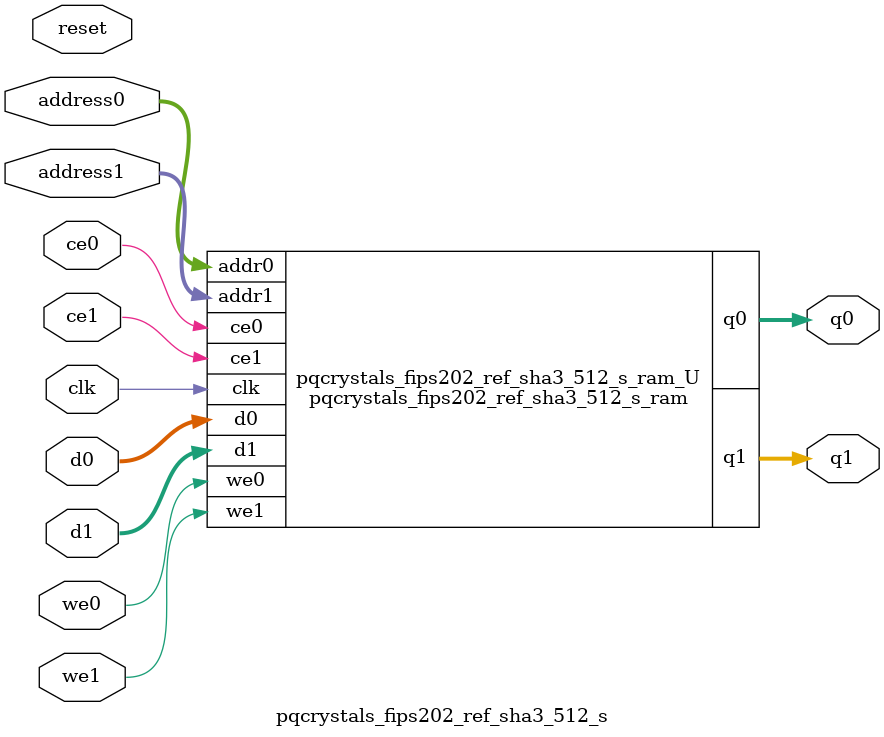
<source format=v>
`timescale 1 ns / 1 ps
module pqcrystals_fips202_ref_sha3_512_s_ram (addr0, ce0, d0, we0, q0, addr1, ce1, d1, we1, q1,  clk);

parameter DWIDTH = 64;
parameter AWIDTH = 5;
parameter MEM_SIZE = 25;

input[AWIDTH-1:0] addr0;
input ce0;
input[DWIDTH-1:0] d0;
input we0;
output reg[DWIDTH-1:0] q0;
input[AWIDTH-1:0] addr1;
input ce1;
input[DWIDTH-1:0] d1;
input we1;
output reg[DWIDTH-1:0] q1;
input clk;

(* ram_style = "block" *)reg [DWIDTH-1:0] ram[0:MEM_SIZE-1];




always @(posedge clk)  
begin 
    if (ce0) 
    begin
        if (we0) 
        begin 
            ram[addr0] <= d0; 
        end 
        q0 <= ram[addr0];
    end
end


always @(posedge clk)  
begin 
    if (ce1) 
    begin
        if (we1) 
        begin 
            ram[addr1] <= d1; 
        end 
        q1 <= ram[addr1];
    end
end


endmodule

`timescale 1 ns / 1 ps
module pqcrystals_fips202_ref_sha3_512_s(
    reset,
    clk,
    address0,
    ce0,
    we0,
    d0,
    q0,
    address1,
    ce1,
    we1,
    d1,
    q1);

parameter DataWidth = 32'd64;
parameter AddressRange = 32'd25;
parameter AddressWidth = 32'd5;
input reset;
input clk;
input[AddressWidth - 1:0] address0;
input ce0;
input we0;
input[DataWidth - 1:0] d0;
output[DataWidth - 1:0] q0;
input[AddressWidth - 1:0] address1;
input ce1;
input we1;
input[DataWidth - 1:0] d1;
output[DataWidth - 1:0] q1;



pqcrystals_fips202_ref_sha3_512_s_ram pqcrystals_fips202_ref_sha3_512_s_ram_U(
    .clk( clk ),
    .addr0( address0 ),
    .ce0( ce0 ),
    .we0( we0 ),
    .d0( d0 ),
    .q0( q0 ),
    .addr1( address1 ),
    .ce1( ce1 ),
    .we1( we1 ),
    .d1( d1 ),
    .q1( q1 ));

endmodule


</source>
